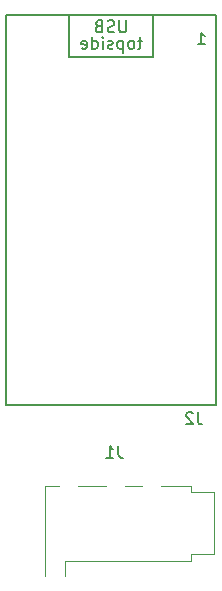
<source format=gbr>
%TF.GenerationSoftware,KiCad,Pcbnew,8.0.1*%
%TF.CreationDate,2024-05-26T01:43:18+02:00*%
%TF.ProjectId,KeyboardTest2_right,4b657962-6f61-4726-9454-657374325f72,rev?*%
%TF.SameCoordinates,Original*%
%TF.FileFunction,Legend,Bot*%
%TF.FilePolarity,Positive*%
%FSLAX46Y46*%
G04 Gerber Fmt 4.6, Leading zero omitted, Abs format (unit mm)*
G04 Created by KiCad (PCBNEW 8.0.1) date 2024-05-26 01:43:18*
%MOMM*%
%LPD*%
G01*
G04 APERTURE LIST*
%ADD10C,0.150000*%
%ADD11C,0.120000*%
G04 APERTURE END LIST*
D10*
X159083333Y-60954819D02*
X159083333Y-61669104D01*
X159083333Y-61669104D02*
X159130952Y-61811961D01*
X159130952Y-61811961D02*
X159226190Y-61907200D01*
X159226190Y-61907200D02*
X159369047Y-61954819D01*
X159369047Y-61954819D02*
X159464285Y-61954819D01*
X158083333Y-61954819D02*
X158654761Y-61954819D01*
X158369047Y-61954819D02*
X158369047Y-60954819D01*
X158369047Y-60954819D02*
X158464285Y-61097676D01*
X158464285Y-61097676D02*
X158559523Y-61192914D01*
X158559523Y-61192914D02*
X158654761Y-61240533D01*
X165833333Y-58124819D02*
X165833333Y-58839104D01*
X165833333Y-58839104D02*
X165880952Y-58981961D01*
X165880952Y-58981961D02*
X165976190Y-59077200D01*
X165976190Y-59077200D02*
X166119047Y-59124819D01*
X166119047Y-59124819D02*
X166214285Y-59124819D01*
X165404761Y-58220057D02*
X165357142Y-58172438D01*
X165357142Y-58172438D02*
X165261904Y-58124819D01*
X165261904Y-58124819D02*
X165023809Y-58124819D01*
X165023809Y-58124819D02*
X164928571Y-58172438D01*
X164928571Y-58172438D02*
X164880952Y-58220057D01*
X164880952Y-58220057D02*
X164833333Y-58315295D01*
X164833333Y-58315295D02*
X164833333Y-58410533D01*
X164833333Y-58410533D02*
X164880952Y-58553390D01*
X164880952Y-58553390D02*
X165452380Y-59124819D01*
X165452380Y-59124819D02*
X164833333Y-59124819D01*
X159761904Y-24939819D02*
X159761904Y-25749342D01*
X159761904Y-25749342D02*
X159714285Y-25844580D01*
X159714285Y-25844580D02*
X159666666Y-25892200D01*
X159666666Y-25892200D02*
X159571428Y-25939819D01*
X159571428Y-25939819D02*
X159380952Y-25939819D01*
X159380952Y-25939819D02*
X159285714Y-25892200D01*
X159285714Y-25892200D02*
X159238095Y-25844580D01*
X159238095Y-25844580D02*
X159190476Y-25749342D01*
X159190476Y-25749342D02*
X159190476Y-24939819D01*
X158761904Y-25892200D02*
X158619047Y-25939819D01*
X158619047Y-25939819D02*
X158380952Y-25939819D01*
X158380952Y-25939819D02*
X158285714Y-25892200D01*
X158285714Y-25892200D02*
X158238095Y-25844580D01*
X158238095Y-25844580D02*
X158190476Y-25749342D01*
X158190476Y-25749342D02*
X158190476Y-25654104D01*
X158190476Y-25654104D02*
X158238095Y-25558866D01*
X158238095Y-25558866D02*
X158285714Y-25511247D01*
X158285714Y-25511247D02*
X158380952Y-25463628D01*
X158380952Y-25463628D02*
X158571428Y-25416009D01*
X158571428Y-25416009D02*
X158666666Y-25368390D01*
X158666666Y-25368390D02*
X158714285Y-25320771D01*
X158714285Y-25320771D02*
X158761904Y-25225533D01*
X158761904Y-25225533D02*
X158761904Y-25130295D01*
X158761904Y-25130295D02*
X158714285Y-25035057D01*
X158714285Y-25035057D02*
X158666666Y-24987438D01*
X158666666Y-24987438D02*
X158571428Y-24939819D01*
X158571428Y-24939819D02*
X158333333Y-24939819D01*
X158333333Y-24939819D02*
X158190476Y-24987438D01*
X157428571Y-25416009D02*
X157285714Y-25463628D01*
X157285714Y-25463628D02*
X157238095Y-25511247D01*
X157238095Y-25511247D02*
X157190476Y-25606485D01*
X157190476Y-25606485D02*
X157190476Y-25749342D01*
X157190476Y-25749342D02*
X157238095Y-25844580D01*
X157238095Y-25844580D02*
X157285714Y-25892200D01*
X157285714Y-25892200D02*
X157380952Y-25939819D01*
X157380952Y-25939819D02*
X157761904Y-25939819D01*
X157761904Y-25939819D02*
X157761904Y-24939819D01*
X157761904Y-24939819D02*
X157428571Y-24939819D01*
X157428571Y-24939819D02*
X157333333Y-24987438D01*
X157333333Y-24987438D02*
X157285714Y-25035057D01*
X157285714Y-25035057D02*
X157238095Y-25130295D01*
X157238095Y-25130295D02*
X157238095Y-25225533D01*
X157238095Y-25225533D02*
X157285714Y-25320771D01*
X157285714Y-25320771D02*
X157333333Y-25368390D01*
X157333333Y-25368390D02*
X157428571Y-25416009D01*
X157428571Y-25416009D02*
X157761904Y-25416009D01*
X161119047Y-26673152D02*
X160738095Y-26673152D01*
X160976190Y-26339819D02*
X160976190Y-27196961D01*
X160976190Y-27196961D02*
X160928571Y-27292200D01*
X160928571Y-27292200D02*
X160833333Y-27339819D01*
X160833333Y-27339819D02*
X160738095Y-27339819D01*
X160261904Y-27339819D02*
X160357142Y-27292200D01*
X160357142Y-27292200D02*
X160404761Y-27244580D01*
X160404761Y-27244580D02*
X160452380Y-27149342D01*
X160452380Y-27149342D02*
X160452380Y-26863628D01*
X160452380Y-26863628D02*
X160404761Y-26768390D01*
X160404761Y-26768390D02*
X160357142Y-26720771D01*
X160357142Y-26720771D02*
X160261904Y-26673152D01*
X160261904Y-26673152D02*
X160119047Y-26673152D01*
X160119047Y-26673152D02*
X160023809Y-26720771D01*
X160023809Y-26720771D02*
X159976190Y-26768390D01*
X159976190Y-26768390D02*
X159928571Y-26863628D01*
X159928571Y-26863628D02*
X159928571Y-27149342D01*
X159928571Y-27149342D02*
X159976190Y-27244580D01*
X159976190Y-27244580D02*
X160023809Y-27292200D01*
X160023809Y-27292200D02*
X160119047Y-27339819D01*
X160119047Y-27339819D02*
X160261904Y-27339819D01*
X159499999Y-26673152D02*
X159499999Y-27673152D01*
X159499999Y-26720771D02*
X159404761Y-26673152D01*
X159404761Y-26673152D02*
X159214285Y-26673152D01*
X159214285Y-26673152D02*
X159119047Y-26720771D01*
X159119047Y-26720771D02*
X159071428Y-26768390D01*
X159071428Y-26768390D02*
X159023809Y-26863628D01*
X159023809Y-26863628D02*
X159023809Y-27149342D01*
X159023809Y-27149342D02*
X159071428Y-27244580D01*
X159071428Y-27244580D02*
X159119047Y-27292200D01*
X159119047Y-27292200D02*
X159214285Y-27339819D01*
X159214285Y-27339819D02*
X159404761Y-27339819D01*
X159404761Y-27339819D02*
X159499999Y-27292200D01*
X158642856Y-27292200D02*
X158547618Y-27339819D01*
X158547618Y-27339819D02*
X158357142Y-27339819D01*
X158357142Y-27339819D02*
X158261904Y-27292200D01*
X158261904Y-27292200D02*
X158214285Y-27196961D01*
X158214285Y-27196961D02*
X158214285Y-27149342D01*
X158214285Y-27149342D02*
X158261904Y-27054104D01*
X158261904Y-27054104D02*
X158357142Y-27006485D01*
X158357142Y-27006485D02*
X158499999Y-27006485D01*
X158499999Y-27006485D02*
X158595237Y-26958866D01*
X158595237Y-26958866D02*
X158642856Y-26863628D01*
X158642856Y-26863628D02*
X158642856Y-26816009D01*
X158642856Y-26816009D02*
X158595237Y-26720771D01*
X158595237Y-26720771D02*
X158499999Y-26673152D01*
X158499999Y-26673152D02*
X158357142Y-26673152D01*
X158357142Y-26673152D02*
X158261904Y-26720771D01*
X157785713Y-27339819D02*
X157785713Y-26673152D01*
X157785713Y-26339819D02*
X157833332Y-26387438D01*
X157833332Y-26387438D02*
X157785713Y-26435057D01*
X157785713Y-26435057D02*
X157738094Y-26387438D01*
X157738094Y-26387438D02*
X157785713Y-26339819D01*
X157785713Y-26339819D02*
X157785713Y-26435057D01*
X156880952Y-27339819D02*
X156880952Y-26339819D01*
X156880952Y-27292200D02*
X156976190Y-27339819D01*
X156976190Y-27339819D02*
X157166666Y-27339819D01*
X157166666Y-27339819D02*
X157261904Y-27292200D01*
X157261904Y-27292200D02*
X157309523Y-27244580D01*
X157309523Y-27244580D02*
X157357142Y-27149342D01*
X157357142Y-27149342D02*
X157357142Y-26863628D01*
X157357142Y-26863628D02*
X157309523Y-26768390D01*
X157309523Y-26768390D02*
X157261904Y-26720771D01*
X157261904Y-26720771D02*
X157166666Y-26673152D01*
X157166666Y-26673152D02*
X156976190Y-26673152D01*
X156976190Y-26673152D02*
X156880952Y-26720771D01*
X156023809Y-27292200D02*
X156119047Y-27339819D01*
X156119047Y-27339819D02*
X156309523Y-27339819D01*
X156309523Y-27339819D02*
X156404761Y-27292200D01*
X156404761Y-27292200D02*
X156452380Y-27196961D01*
X156452380Y-27196961D02*
X156452380Y-26816009D01*
X156452380Y-26816009D02*
X156404761Y-26720771D01*
X156404761Y-26720771D02*
X156309523Y-26673152D01*
X156309523Y-26673152D02*
X156119047Y-26673152D01*
X156119047Y-26673152D02*
X156023809Y-26720771D01*
X156023809Y-26720771D02*
X155976190Y-26816009D01*
X155976190Y-26816009D02*
X155976190Y-26911247D01*
X155976190Y-26911247D02*
X156452380Y-27006485D01*
X165834285Y-26969819D02*
X166405713Y-26969819D01*
X166119999Y-26969819D02*
X166119999Y-25969819D01*
X166119999Y-25969819D02*
X166215237Y-26112676D01*
X166215237Y-26112676D02*
X166310475Y-26207914D01*
X166310475Y-26207914D02*
X166405713Y-26255533D01*
D11*
%TO.C,J1*%
X152880000Y-72000000D02*
X152880000Y-64330000D01*
X154100000Y-64330000D02*
X152880000Y-64330000D01*
X154600000Y-70670000D02*
X154600000Y-72000000D01*
X155700000Y-64330000D02*
X158100000Y-64330000D01*
X159700000Y-64330000D02*
X161100000Y-64330000D01*
X162700000Y-64330000D02*
X165220000Y-64330000D01*
X165220000Y-64330000D02*
X165220000Y-64880000D01*
X165220000Y-64880000D02*
X167220000Y-64880000D01*
X165220000Y-70120000D02*
X165220000Y-70670000D01*
X165220000Y-70670000D02*
X154600000Y-70670000D01*
X167220000Y-64880000D02*
X167220000Y-70120000D01*
X167220000Y-70120000D02*
X165220000Y-70120000D01*
D10*
%TO.C,J2*%
X154950000Y-24490000D02*
X154950000Y-28070000D01*
X162050000Y-24490000D02*
X162050000Y-28070000D01*
X162050000Y-28070000D02*
X154950000Y-28070000D01*
X149610000Y-57510000D02*
X167390000Y-57510000D01*
X167390000Y-24490000D01*
X149610000Y-24490000D01*
X149610000Y-57510000D01*
%TD*%
M02*

</source>
